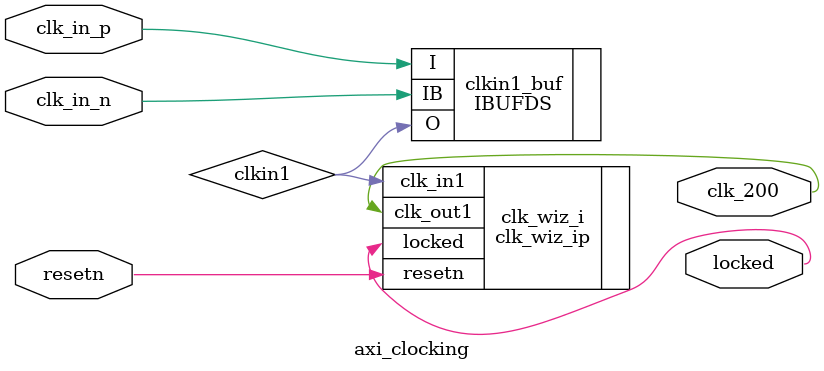
<source format=v>

`timescale 1ps / 1ps
(* dont_touch = "yes" *)
module axi_clocking
(
    // Inputs
    input clk_in_p,
    input clk_in_n,
    input resetn,
    // Status outputs

    // IBUFDS 200MHz
    output locked,
    output clk_200
);
    // Signal declarations
    wire s_axi_dcm_aclk0;
    wire clkfbout;

    // 200MHz differencial into single-rail
    IBUFDS clkin1_buf
    (
        .O  (clkin1),
        .I  (clk_in_p),
        .IB (clk_in_n)
    );

    clk_wiz_ip clk_wiz_i
    (
        // Clock in ports
        .clk_in1(clkin1),      // input clk_in1
        // Clock out ports
        .clk_out1(clk_200),     // output clk_out1
        // Status and control signals
        .resetn(resetn), // input resetn
        .locked(locked)
    );
endmodule

</source>
